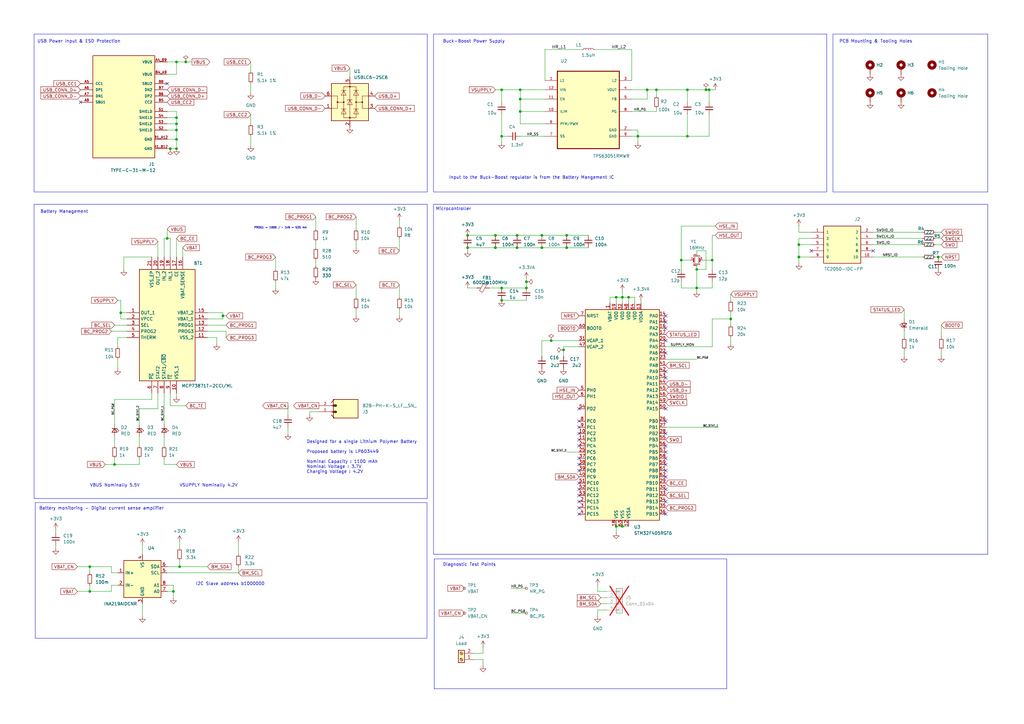
<source format=kicad_sch>
(kicad_sch (version 20231120) (generator "eeschema") (generator_version "8.0")
  (paper "A3")
  (title_block (title "USB Battery Charger Prototype") (date "2024-04-25") (rev "0.1d") (company "Respin to improve PCB (Thermal Relief for PTH)") (comment 1 "Author : Martin Wilson"))
  (junction (at 285.75 118.11))
  (junction (at 384.81 105.41))
  (junction (at 73.66 232.41))
  (junction (at 71.12 242.57))
  (junction (at 252.73 121.92))
  (junction (at 232.41 96.52))
  (junction (at 76.2 25.4))
  (junction (at 49.53 128.27))
  (junction (at 226.06 139.7))
  (junction (at 299.72 130.81))
  (junction (at 215.9 118.11))
  (junction (at 222.25 96.52))
  (junction (at 36.83 232.41))
  (junction (at 72.39 53.34))
  (junction (at 212.09 101.6))
  (junction (at 290.83 36.83))
  (junction (at 222.25 101.6))
  (junction (at 255.27 215.9))
  (junction (at 289.56 36.83))
  (junction (at 252.73 215.9))
  (junction (at 269.24 36.83))
  (junction (at 213.36 36.83))
  (junction (at 91.44 129.54))
  (junction (at 72.39 25.4))
  (junction (at 285.75 110.49))
  (junction (at 281.94 55.88))
  (junction (at 205.74 36.83))
  (junction (at 72.39 48.26))
  (junction (at 36.83 242.57))
  (junction (at 212.09 96.52))
  (junction (at 327.66 105.41))
  (junction (at 68.58 97.79))
  (junction (at 72.39 60.96))
  (junction (at 261.62 55.88))
  (junction (at 203.2 101.6))
  (junction (at 205.74 123.19))
  (junction (at 327.66 100.33))
  (junction (at 232.41 101.6))
  (junction (at 281.94 36.83))
  (junction (at 215.9 115.57))
  (junction (at 72.39 50.8))
  (junction (at 72.39 57.15))
  (junction (at 205.74 118.11))
  (junction (at 257.81 121.92))
  (junction (at 46.99 190.5))
  (junction (at 255.27 121.92))
  (junction (at 205.74 55.88))
  (junction (at 265.43 36.83))
  (junction (at 213.36 45.72))
  (junction (at 69.85 60.96))
  (junction (at 213.36 40.64))
  (junction (at 191.77 96.52))
  (junction (at 279.4 106.68))
  (junction (at 231.14 143.51))
  (junction (at 292.1 106.68))
  (junction (at 191.77 101.6))
  (junction (at 203.2 96.52))
  (no_connect (at 237.49 208.28))
  (no_connect (at 237.49 200.66))
  (no_connect (at 273.05 205.74))
  (no_connect (at 237.49 177.8))
  (no_connect (at 237.49 175.26))
  (no_connect (at 237.49 198.12))
  (no_connect (at 358.14 102.87))
  (no_connect (at 273.05 200.66))
  (no_connect (at 273.05 195.58))
  (no_connect (at 237.49 190.5))
  (no_connect (at 33.02 41.91))
  (no_connect (at 273.05 152.4))
  (no_connect (at 273.05 172.72))
  (no_connect (at 237.49 193.04))
  (no_connect (at 273.05 182.88))
  (no_connect (at 237.49 205.74))
  (no_connect (at 273.05 185.42))
  (no_connect (at 273.05 193.04))
  (no_connect (at 273.05 190.5))
  (no_connect (at 237.49 182.88))
  (no_connect (at 273.05 134.62))
  (no_connect (at 273.05 129.54))
  (no_connect (at 237.49 203.2))
  (no_connect (at 273.05 187.96))
  (no_connect (at 237.49 210.82))
  (no_connect (at 68.58 34.29))
  (no_connect (at 273.05 154.94))
  (no_connect (at 237.49 172.72))
  (no_connect (at 237.49 167.64))
  (no_connect (at 237.49 187.96))
  (no_connect (at 273.05 139.7))
  (no_connect (at 273.05 167.64))
  (no_connect (at 273.05 144.78))
  (no_connect (at 237.49 180.34))
  (no_connect (at 273.05 177.8))
  (no_connect (at 332.74 102.87))
  (no_connect (at 273.05 132.08))
  (no_connect (at 273.05 210.82))
  (wire (pts (xy 279.4 106.68) (xy 283.21 106.68)))
  (wire (pts (xy 31.75 232.41) (xy 36.83 232.41)))
  (wire (pts (xy 62.23 161.29) (xy 62.23 163.83)))
  (wire (pts (xy 163.83 102.87) (xy 163.83 97.79)))
  (wire (pts (xy 72.39 53.34) (xy 72.39 57.15)))
  (wire (pts (xy 146.05 99.06) (xy 146.05 101.6)))
  (wire (pts (xy 285.75 102.87) (xy 289.56 102.87)))
  (wire (pts (xy 57.15 182.88) (xy 57.15 179.07)))
  (wire (pts (xy 281.94 36.83) (xy 289.56 36.83)))
  (wire (pts (xy 232.41 185.42) (xy 237.49 185.42)))
  (wire (pts (xy 198.12 267.97) (xy 198.12 265.43)))
  (wire (pts (xy 231.14 142.24) (xy 231.14 143.51)))
  (wire (pts (xy 45.72 234.95) (xy 45.72 232.41)))
  (wire (pts (xy 163.83 127) (xy 163.83 129.54)))
  (wire (pts (xy 299.72 130.81) (xy 299.72 133.35)))
  (wire (pts (xy 213.36 45.72) (xy 223.52 45.72)))
  (wire (pts (xy 50.8 105.41) (xy 50.8 110.49)))
  (wire (pts (xy 250.19 121.92) (xy 252.73 121.92)))
  (wire (pts (xy 52.07 130.81) (xy 49.53 130.81)))
  (wire (pts (xy 209.55 241.3) (xy 215.9 241.3)))
  (wire (pts (xy 198.12 270.51) (xy 198.12 273.05)))
  (wire (pts (xy 246.38 247.65) (xy 248.92 247.65)))
  (wire (pts (xy 327.66 105.41) (xy 332.74 105.41)))
  (wire (pts (xy 203.2 101.6) (xy 212.09 101.6)))
  (wire (pts (xy 281.94 36.83) (xy 281.94 41.91)))
  (wire (pts (xy 67.31 190.5) (xy 72.39 190.5)))
  (wire (pts (xy 205.74 55.88) (xy 205.74 58.42)))
  (wire (pts (xy 259.08 45.72) (xy 269.24 45.72)))
  (wire (pts (xy 245.11 242.57) (xy 245.11 240.03)))
  (wire (pts (xy 203.2 96.52) (xy 212.09 96.52)))
  (wire (pts (xy 205.74 123.19) (xy 215.9 123.19)))
  (wire (pts (xy 299.72 128.27) (xy 299.72 130.81)))
  (wire (pts (xy 327.66 100.33) (xy 327.66 97.79)))
  (wire (pts (xy 290.83 46.99) (xy 290.83 55.88)))
  (wire (pts (xy 327.66 107.95) (xy 327.66 105.41)))
  (wire (pts (xy 22.86 223.52) (xy 22.86 224.79)))
  (wire (pts (xy 76.2 25.4) (xy 78.74 25.4)))
  (wire (pts (xy 212.09 101.6) (xy 222.25 101.6)))
  (wire (pts (xy 265.43 36.83) (xy 265.43 40.64)))
  (wire (pts (xy 384.81 105.41) (xy 386.08 105.41)))
  (wire (pts (xy 52.07 138.43) (xy 48.26 138.43)))
  (wire (pts (xy 252.73 215.9) (xy 255.27 215.9)))
  (wire (pts (xy 72.39 57.15) (xy 68.58 57.15)))
  (wire (pts (xy 191.77 102.87) (xy 191.77 101.6)))
  (wire (pts (xy 129.54 99.06) (xy 129.54 101.6)))
  (wire (pts (xy 22.86 217.17) (xy 22.86 218.44)))
  (wire (pts (xy 279.4 92.71) (xy 293.37 92.71)))
  (wire (pts (xy 129.54 106.68) (xy 129.54 109.22)))
  (wire (pts (xy 273.05 147.32) (xy 285.75 147.32)))
  (wire (pts (xy 102.87 34.29) (xy 102.87 38.1)))
  (wire (pts (xy 265.43 36.83) (xy 269.24 36.83)))
  (wire (pts (xy 97.79 232.41) (xy 97.79 234.95)))
  (wire (pts (xy 113.03 105.41) (xy 113.03 110.49)))
  (wire (pts (xy 232.41 101.6) (xy 241.3 101.6)))
  (wire (pts (xy 52.07 135.89) (xy 45.72 135.89)))
  (wire (pts (xy 289.56 110.49) (xy 285.75 110.49)))
  (wire (pts (xy 257.81 121.92) (xy 257.81 124.46)))
  (wire (pts (xy 68.58 25.4) (xy 72.39 25.4)))
  (wire (pts (xy 285.75 110.49) (xy 285.75 109.22)))
  (wire (pts (xy 67.31 105.41) (xy 67.31 97.79)))
  (wire (pts (xy 102.87 55.88) (xy 102.87 59.69)))
  (wire (pts (xy 73.66 232.41) (xy 85.09 232.41)))
  (wire (pts (xy 72.39 53.34) (xy 68.58 53.34)))
  (wire (pts (xy 261.62 55.88) (xy 261.62 58.42)))
  (wire (pts (xy 231.14 143.51) (xy 231.14 146.05)))
  (wire (pts (xy 67.31 97.79) (xy 68.58 97.79)))
  (wire (pts (xy 383.54 105.41) (xy 384.81 105.41)))
  (wire (pts (xy 72.39 30.48) (xy 72.39 25.4)))
  (wire (pts (xy 97.79 222.25) (xy 97.79 227.33)))
  (wire (pts (xy 85.09 135.89) (xy 92.71 135.89)))
  (wire (pts (xy 245.11 250.19) (xy 248.92 250.19)))
  (wire (pts (xy 68.58 93.98) (xy 68.58 97.79)))
  (wire (pts (xy 62.23 105.41) (xy 50.8 105.41)))
  (wire (pts (xy 237.49 142.24) (xy 231.14 142.24)))
  (wire (pts (xy 72.39 97.79) (xy 72.39 105.41)))
  (wire (pts (xy 383.54 100.33) (xy 386.08 100.33)))
  (wire (pts (xy 261.62 53.34) (xy 261.62 55.88)))
  (wire (pts (xy 72.39 161.29) (xy 72.39 162.56)))
  (wire (pts (xy 327.66 97.79) (xy 332.74 97.79)))
  (wire (pts (xy 85.09 128.27) (xy 91.44 128.27)))
  (wire (pts (xy 281.94 46.99) (xy 281.94 55.88)))
  (wire (pts (xy 203.2 36.83) (xy 205.74 36.83)))
  (wire (pts (xy 292.1 106.68) (xy 288.29 106.68)))
  (wire (pts (xy 57.15 167.64) (xy 64.77 167.64)))
  (wire (pts (xy 129.54 88.9) (xy 129.54 93.98)))
  (wire (pts (xy 327.66 105.41) (xy 327.66 100.33)))
  (wire (pts (xy 118.11 175.26) (xy 118.11 177.8)))
  (wire (pts (xy 146.05 127) (xy 146.05 129.54)))
  (wire (pts (xy 49.53 130.81) (xy 49.53 128.27)))
  (wire (pts (xy 71.12 242.57) (xy 71.12 245.11)))
  (wire (pts (xy 370.84 135.89) (xy 370.84 138.43)))
  (wire (pts (xy 64.77 99.06) (xy 64.77 105.41)))
  (wire (pts (xy 191.77 96.52) (xy 203.2 96.52)))
  (wire (pts (xy 213.36 45.72) (xy 213.36 50.8)))
  (wire (pts (xy 57.15 187.96) (xy 57.15 190.5)))
  (wire (pts (xy 252.73 215.9) (xy 252.73 218.44)))
  (wire (pts (xy 76.2 166.37) (xy 69.85 166.37)))
  (wire (pts (xy 69.85 105.41) (xy 69.85 97.79)))
  (wire (pts (xy 46.99 182.88) (xy 46.99 179.07)))
  (wire (pts (xy 36.83 232.41) (xy 36.83 234.95)))
  (wire (pts (xy 127 170.18) (xy 127 168.91)))
  (wire (pts (xy 68.58 240.03) (xy 71.12 240.03)))
  (wire (pts (xy 58.42 247.65) (xy 58.42 252.73)))
  (wire (pts (xy 255.27 119.38) (xy 255.27 121.92)))
  (wire (pts (xy 327.66 92.71) (xy 327.66 95.25)))
  (wire (pts (xy 205.74 36.83) (xy 205.74 41.91)))
  (wire (pts (xy 43.18 190.5) (xy 46.99 190.5)))
  (wire (pts (xy 252.73 121.92) (xy 252.73 124.46)))
  (wire (pts (xy 370.84 143.51) (xy 370.84 146.05)))
  (wire (pts (xy 191.77 118.11) (xy 195.58 118.11)))
  (wire (pts (xy 289.56 36.83) (xy 290.83 36.83)))
  (wire (pts (xy 45.72 242.57) (xy 36.83 242.57)))
  (wire (pts (xy 386.08 143.51) (xy 386.08 146.05)))
  (wire (pts (xy 64.77 161.29) (xy 64.77 167.64)))
  (wire (pts (xy 46.99 163.83) (xy 46.99 173.99)))
  (wire (pts (xy 48.26 234.95) (xy 45.72 234.95)))
  (wire (pts (xy 292.1 142.24) (xy 292.1 130.81)))
  (wire (pts (xy 292.1 96.52) (xy 292.1 106.68)))
  (wire (pts (xy 73.66 222.25) (xy 73.66 224.79)))
  (wire (pts (xy 215.9 114.3) (xy 215.9 115.57)))
  (wire (pts (xy 245.11 250.19) (xy 245.11 252.73)))
  (wire (pts (xy 194.31 270.51) (xy 198.12 270.51)))
  (wire (pts (xy 85.09 138.43) (xy 88.9 138.43)))
  (wire (pts (xy 285.75 104.14) (xy 285.75 102.87)))
  (wire (pts (xy 255.27 121.92) (xy 257.81 121.92)))
  (wire (pts (xy 383.54 97.79) (xy 386.08 97.79)))
  (wire (pts (xy 205.74 36.83) (xy 213.36 36.83)))
  (wire (pts (xy 255.27 121.92) (xy 255.27 124.46)))
  (wire (pts (xy 67.31 161.29) (xy 67.31 173.99)))
  (wire (pts (xy 68.58 60.96) (xy 69.85 60.96)))
  (wire (pts (xy 127 168.91) (xy 130.81 168.91)))
  (wire (pts (xy 327.66 95.25) (xy 332.74 95.25)))
  (wire (pts (xy 69.85 60.96) (xy 72.39 60.96)))
  (wire (pts (xy 289.56 102.87) (xy 289.56 110.49)))
  (wire (pts (xy 246.38 245.11) (xy 248.92 245.11)))
  (wire (pts (xy 205.74 118.11) (xy 215.9 118.11)))
  (wire (pts (xy 261.62 55.88) (xy 259.08 55.88)))
  (wire (pts (xy 62.23 163.83) (xy 46.99 163.83)))
  (wire (pts (xy 146.05 88.9) (xy 146.05 93.98)))
  (wire (pts (xy 45.72 240.03) (xy 45.72 242.57)))
  (wire (pts (xy 194.31 267.97) (xy 198.12 267.97)))
  (wire (pts (xy 213.36 40.64) (xy 213.36 45.72)))
  (wire (pts (xy 358.14 97.79) (xy 378.46 97.79)))
  (wire (pts (xy 85.09 133.35) (xy 92.71 133.35)))
  (wire (pts (xy 222.25 96.52) (xy 232.41 96.52)))
  (wire (pts (xy 273.05 175.26) (xy 294.64 175.26)))
  (wire (pts (xy 72.39 48.26) (xy 72.39 50.8)))
  (wire (pts (xy 259.08 20.32) (xy 243.84 20.32)))
  (wire (pts (xy 209.55 251.46) (xy 215.9 251.46)))
  (wire (pts (xy 259.08 53.34) (xy 261.62 53.34)))
  (wire (pts (xy 31.75 242.57) (xy 36.83 242.57)))
  (wire (pts (xy 213.36 55.88) (xy 223.52 55.88)))
  (wire (pts (xy 72.39 25.4) (xy 76.2 25.4)))
  (wire (pts (xy 285.75 118.11) (xy 279.4 118.11)))
  (wire (pts (xy 68.58 48.26) (xy 72.39 48.26)))
  (wire (pts (xy 200.66 118.11) (xy 205.74 118.11)))
  (wire (pts (xy 205.74 55.88) (xy 208.28 55.88)))
  (wire (pts (xy 237.49 139.7) (xy 226.06 139.7)))
  (wire (pts (xy 102.87 46.99) (xy 102.87 50.8)))
  (wire (pts (xy 259.08 33.02) (xy 259.08 20.32)))
  (wire (pts (xy 85.09 130.81) (xy 91.44 130.81)))
  (wire (pts (xy 260.35 121.92) (xy 260.35 124.46)))
  (wire (pts (xy 68.58 242.57) (xy 71.12 242.57)))
  (wire (pts (xy 191.77 101.6) (xy 203.2 101.6)))
  (wire (pts (xy 292.1 130.81) (xy 299.72 130.81)))
  (wire (pts (xy 146.05 116.84) (xy 146.05 121.92)))
  (wire (pts (xy 232.41 96.52) (xy 241.3 96.52)))
  (wire (pts (xy 269.24 36.83) (xy 269.24 39.37)))
  (wire (pts (xy 46.99 133.35) (xy 52.07 133.35)))
  (wire (pts (xy 262.89 123.19) (xy 262.89 124.46)))
  (wire (pts (xy 69.85 161.29) (xy 69.85 166.37)))
  (wire (pts (xy 49.53 128.27) (xy 52.07 128.27)))
  (wire (pts (xy 250.19 121.92) (xy 250.19 124.46)))
  (wire (pts (xy 68.58 232.41) (xy 73.66 232.41)))
  (wire (pts (xy 67.31 187.96) (xy 67.31 190.5)))
  (wire (pts (xy 222.25 101.6) (xy 232.41 101.6)))
  (wire (pts (xy 205.74 46.99) (xy 205.74 55.88)))
  (wire (pts (xy 73.66 229.87) (xy 73.66 232.41)))
  (wire (pts (xy 222.25 139.7) (xy 222.25 146.05)))
  (wire (pts (xy 213.36 36.83) (xy 223.52 36.83)))
  (wire (pts (xy 226.06 139.7) (xy 222.25 139.7)))
  (wire (pts (xy 285.75 110.49) (xy 285.75 118.11)))
  (wire (pts (xy 102.87 25.4) (xy 102.87 29.21)))
  (wire (pts (xy 49.53 123.19) (xy 48.26 123.19)))
  (wire (pts (xy 36.83 242.57) (xy 36.83 240.03)))
  (wire (pts (xy 49.53 128.27) (xy 49.53 123.19)))
  (wire (pts (xy 255.27 215.9) (xy 257.81 215.9)))
  (wire (pts (xy 69.85 97.79) (xy 68.58 97.79)))
  (wire (pts (xy 71.12 240.03) (xy 71.12 242.57)))
  (wire (pts (xy 281.94 55.88) (xy 290.83 55.88)))
  (wire (pts (xy 68.58 234.95) (xy 97.79 234.95)))
  (wire (pts (xy 72.39 45.72) (xy 72.39 48.26)))
  (wire (pts (xy 74.93 101.6) (xy 74.93 105.41)))
  (wire (pts (xy 213.36 36.83) (xy 213.36 40.64)))
  (wire (pts (xy 91.44 129.54) (xy 91.44 128.27)))
  (wire (pts (xy 279.4 110.49) (xy 279.4 106.68)))
  (wire (pts (xy 327.66 100.33) (xy 332.74 100.33)))
  (wire (pts (xy 48.26 240.03) (xy 45.72 240.03)))
  (wire (pts (xy 259.08 40.64) (xy 265.43 40.64)))
  (wire (pts (xy 68.58 45.72) (xy 72.39 45.72)))
  (wire (pts (xy 88.9 138.43) (xy 88.9 140.97)))
  (wire (pts (xy 299.72 138.43) (xy 299.72 140.97)))
  (wire (pts (xy 279.4 92.71) (xy 279.4 106.68)))
  (wire (pts (xy 238.76 20.32) (xy 223.52 20.32)))
  (wire (pts (xy 279.4 118.11) (xy 279.4 115.57)))
  (wire (pts (xy 143.51 27.94) (xy 143.51 31.75)))
  (wire (pts (xy 252.73 121.92) (xy 255.27 121.92)))
  (wire (pts (xy 285.75 119.38) (xy 285.75 118.11)))
  (wire (pts (xy 248.92 242.57) (xy 245.11 242.57)))
  (wire (pts (xy 269.24 36.83) (xy 281.94 36.83)))
  (wire (pts (xy 163.83 116.84) (xy 163.83 121.92)))
  (wire (pts (xy 213.36 40.64) (xy 223.52 40.64)))
  (wire (pts (xy 269.24 45.72) (xy 269.24 44.45)))
  (wire (pts (xy 285.75 118.11) (xy 292.1 118.11)))
  (wire (pts (xy 292.1 118.11) (xy 292.1 115.57)))
  (wire (pts (xy 213.36 50.8) (xy 223.52 50.8)))
  (wire (pts (xy 212.09 96.52) (xy 222.25 96.52)))
  (wire (pts (xy 292.1 110.49) (xy 292.1 106.68)))
  (wire (pts (xy 215.9 115.57) (xy 215.9 118.11)))
  (wire (pts (xy 261.62 55.88) (xy 281.94 55.88)))
  (wire (pts (xy 259.08 36.83) (xy 265.43 36.83)))
  (wire (pts (xy 92.71 129.54) (xy 91.44 129.54)))
  (wire (pts (xy 290.83 36.83) (xy 290.83 41.91)))
  (wire (pts (xy 293.37 96.52) (xy 292.1 96.52)))
  (wire (pts (xy 58.42 223.52) (xy 58.42 227.33)))
  (wire (pts (xy 72.39 50.8) (xy 68.58 50.8)))
  (wire (pts (xy 358.14 95.25) (xy 378.46 95.25)))
  (wire (pts (xy 57.15 173.99) (xy 57.15 167.64)))
  (wire (pts (xy 163.83 92.71) (xy 163.83 90.17)))
  (wire (pts (xy 92.71 138.43) (xy 92.71 135.89)))
  (wire (pts (xy 91.44 130.81) (xy 91.44 129.54)))
  (wire (pts (xy 68.58 30.48) (xy 72.39 30.48)))
  (wire (pts (xy 67.31 182.88) (xy 67.31 179.07)))
  (wire (pts (xy 46.99 187.96) (xy 46.99 190.5)))
  (wire (pts (xy 113.03 115.57) (xy 113.03 118.11)))
  (wire (pts (xy 383.54 95.25) (xy 386.08 95.25)))
  (wire (pts (xy 48.26 138.43) (xy 48.26 142.24)))
  (wire (pts (xy 223.52 20.32) (xy 223.52 33.02)))
  (wire (pts (xy 299.72 120.65) (xy 299.72 123.19)))
  (wire (pts (xy 257.81 121.92) (xy 260.35 121.92)))
  (wire (pts (xy 48.26 147.32) (xy 48.26 151.13)))
  (wire (pts (xy 45.72 232.41) (xy 36.83 232.41)))
  (wire (pts (xy 72.39 57.15) (xy 72.39 60.96)))
  (wire (pts (xy 370.84 127) (xy 370.84 130.81)))
  (wire (pts (xy 358.14 105.41) (xy 378.46 105.41)))
  (wire (pts (xy 358.14 100.33) (xy 378.46 100.33)))
  (wire (pts (xy 46.99 190.5) (xy 57.15 190.5)))
  (wire (pts (xy 118.11 166.37) (xy 118.11 170.18)))
  (wire (pts (xy 72.39 50.8) (xy 72.39 53.34)))
  (wire (pts (xy 273.05 142.24) (xy 292.1 142.24)))
  (wire (pts (xy 290.83 36.83) (xy 293.37 36.83)))
  (wire (pts (xy 386.08 133.35) (xy 386.08 138.43)))
  (rectangle (start 178.079 229.2385) (end 298.063 282.5181))
  (rectangle (start 13.97 83.82) (end 175.26 204.47))
  (rectangle (start 14.478 206.121) (end 175.133 261.747))
  (rectangle (start 341.63 13.97) (end 405.13 78.74))
  (rectangle (start 13.97 13.97) (end 175.26 78.74))
  (rectangle (start 177.8 13.97) (end 339.09 78.74))
  (text_box "Microcontroller" (at 177.8 83.82 0) (size 227.33 143.51) (effects (font (size 1.27 1.27)) (justify left top)))
  (text "USB Power Input & ESD Protection" (at 15.24 17.78 0) (effects (font (size 1.27 1.27)) (justify left bottom)))
  (text "Battery Management" (at 16.51 87.63 0) (effects (font (size 1.27 1.27)) (justify left bottom)))
  (text "Input to the Buck-Boost regulator is from the Battery Mangement IC" (at 184.15 73.66 0) (effects (font (size 1.27 1.27)) (justify left bottom)))
  (text "Diagnostic Test Points" (at 181.61 232.41 0) (effects (font (size 1.27 1.27)) (justify left bottom)))
  (text "Buck-Boost Power Supply" (at 181.61 17.78 0) (effects (font (size 1.27 1.27)) (justify left bottom)))
  (text "PCB Mounting & Tooling Holes" (at 344.17 17.78 0) (effects (font (size 1.27 1.27)) (justify left bottom)))
  (text "VBUS Nominally 5.5V                 VSUPPLY Nominally 4.2V\n\n" (at 36.83 201.93 0) (effects (font (size 1.27 1.27)) (justify left bottom)))
  (text "PROG1 = 1000 / ~ 1k9 = 525 mA" (at 104.14 93.98 0) (effects (font (size 0.8 0.8)) (justify left bottom)))
  (text "Battery monitoring - Digital current sense amplifier " (at 16.0032 209.3324 0) (effects (font (size 1.27 1.27)) (justify left bottom)))
  (text "I2C Slave address b1000000" (at 80.3151 240.3002 0) (effects (font (size 1.27 1.27)) (justify left bottom)))
  (text "Designed for a single Lithium Polymer Battery\n\nProposed battery is LP603449\n\nNominal Capacity : 1100 mAh\nNominal Voltage : 3.7V\nCharging Voltage : 4.2V" (at 125.73 194.31 0) (effects (font (size 1.27 1.27)) (justify left bottom)))
  (label "BC_PG#" (at 46.99 170.18 90) (effects (font (size 0.8 0.8))))
  (label "BC_STAT_1" (at 67.31 172.72 90) (effects (font (size 0.8 0.8))))
  (label "SWCLK_IO" (at 359.41 97.79 0) (effects (font (size 1 1))))
  (label "HR_L1" (at 226.314 20.32 0))
  (label "BC_PG#" (at 285.75 147.32 0) (effects (font (size 0.8 0.8))))
  (label "BC_STAT_2" (at 57.15 172.72 90) (effects (font (size 0.8 0.8))))
  (label "HR_PG" (at 209.55 241.3 0) (effects (font (size 1 1))))
  (label "HR_SS" (at 216.027 55.88 0) (effects (font (size 1 1))))
  (label "SUPPLY_MON" (at 274.955 142.24 0) (effects (font (size 1 1))))
  (label "HR_L2" (at 250.825 20.32 0))
  (label "BC_STAT_1" (at 288.29 175.26 0) (effects (font (size 0.8 0.8))))
  (label "BC_PG#" (at 209.55 251.46 0) (effects (font (size 1 1))))
  (label "HR_PG" (at 259.969 45.72 0) (effects (font (size 1 1))))
  (label "SWO_IO" (at 359.41 100.33 0) (effects (font (size 1 1))))
  (label "SWDIO_IO" (at 359.41 95.25 0) (effects (font (size 1 1))))
  (label "BC_STAT_2" (at 232.41 185.42 180) (effects (font (size 0.8 0.8))))
  (label "NRST_IO" (at 361.95 105.41 0) (effects (font (size 1 1))))
  (global_label "VBAT_CN" (shape input) (at 31.75 232.41 180) (property "Intersheetrefs" "${INTERSHEET_REFS}" (effects (hide yes))))
  (global_label "BOOT0" (shape input) (at 386.08 133.35 0) (property "Intersheetrefs" "${INTERSHEET_REFS}" (effects (hide yes))))
  (global_label "SWCLK" (shape input) (at 273.05 165.1 0) (property "Intersheetrefs" "${INTERSHEET_REFS}" (effects (hide yes))))
  (global_label "STATUS_LED" (shape input) (at 273.05 137.16 0) (property "Intersheetrefs" "${INTERSHEET_REFS}" (effects (hide yes))))
  (global_label "USB_D-" (shape input) (at 133.35 39.37 180) (property "Intersheetrefs" "${INTERSHEET_REFS}" (effects (hide yes))))
  (global_label "BM_SCL" (shape input) (at 246.38 245.11 180) (property "Intersheetrefs" "${INTERSHEET_REFS}" (effects (hide yes))))
  (global_label "STATUS_LED" (shape input) (at 370.84 127 180) (property "Intersheetrefs" "${INTERSHEET_REFS}" (effects (hide yes))))
  (global_label "BM_SDA" (shape input) (at 85.09 232.41 0) (property "Intersheetrefs" "${INTERSHEET_REFS}" (effects (hide yes))))
  (global_label "VSUPPLY" (shape input) (at 203.2 36.83 180) (property "Intersheetrefs" "${INTERSHEET_REFS}" (effects (hide yes))))
  (global_label "BC_PROG2" (shape input) (at 45.72 135.89 180) (property "Intersheetrefs" "${INTERSHEET_REFS}" (effects (hide yes))))
  (global_label "VBAT_CN" (shape output) (at 130.81 166.37 180) (property "Intersheetrefs" "${INTERSHEET_REFS}" (effects (hide yes))))
  (global_label "BC_SEL" (shape input) (at 146.05 116.84 180) (property "Intersheetrefs" "${INTERSHEET_REFS}" (effects (hide yes))))
  (global_label "USB_D-" (shape input) (at 273.05 157.48 0) (property "Intersheetrefs" "${INTERSHEET_REFS}" (effects (hide yes))))
  (global_label "USB_CC2" (shape input) (at 102.87 46.99 180) (property "Intersheetrefs" "${INTERSHEET_REFS}" (effects (hide yes))))
  (global_label "USB_CONN_D+" (shape input) (at 33.02 36.83 180) (property "Intersheetrefs" "${INTERSHEET_REFS}" (effects (hide yes))))
  (global_label "BM_SDA" (shape input) (at 237.49 195.58 180) (property "Intersheetrefs" "${INTERSHEET_REFS}" (effects (hide yes))))
  (global_label "HSE_IN" (shape input) (at 237.49 160.02 180) (property "Intersheetrefs" "${INTERSHEET_REFS}" (effects (hide yes))))
  (global_label "VBAT" (shape input) (at 31.75 242.57 180) (property "Intersheetrefs" "${INTERSHEET_REFS}" (effects (hide yes))))
  (global_label "VBAT_CN" (shape input) (at 190.5 251.46 180) (property "Intersheetrefs" "${INTERSHEET_REFS}" (effects (hide yes))))
  (global_label "BM_SCL" (shape input) (at 273.05 149.86 0) (property "Intersheetrefs" "${INTERSHEET_REFS}" (effects (hide yes))))
  (global_label "BC_PROG1" (shape input) (at 129.54 88.9 180) (property "Intersheetrefs" "${INTERSHEET_REFS}" (effects (hide yes))))
  (global_label "BOOT0" (shape input) (at 237.49 134.62 180) (property "Intersheetrefs" "${INTERSHEET_REFS}" (effects (hide yes))))
  (global_label "SWO" (shape input) (at 386.08 100.33 0) (property "Intersheetrefs" "${INTERSHEET_REFS}" (effects (hide yes))))
  (global_label "BC_CE" (shape input) (at 72.39 97.79 0) (property "Intersheetrefs" "${INTERSHEET_REFS}" (effects (hide yes))))
  (global_label "SWDIO" (shape input) (at 273.05 162.56 0) (property "Intersheetrefs" "${INTERSHEET_REFS}" (effects (hide yes))))
  (global_label "VBUS" (shape input) (at 72.39 190.5 0) (property "Intersheetrefs" "${INTERSHEET_REFS}" (effects (hide yes))))
  (global_label "NRST" (shape input) (at 237.49 129.54 180) (property "Intersheetrefs" "${INTERSHEET_REFS}" (effects (hide yes))))
  (global_label "VSUPPLY" (shape input) (at 48.26 123.19 180) (property "Intersheetrefs" "${INTERSHEET_REFS}" (effects (hide yes))))
  (global_label "BC_SEL" (shape input) (at 46.99 133.35 180) (property "Intersheetrefs" "${INTERSHEET_REFS}" (effects (hide yes))))
  (global_label "VBAT" (shape input) (at 74.93 101.6 0) (property "Intersheetrefs" "${INTERSHEET_REFS}" (effects (hide yes))))
  (global_label "BM_SDA" (shape input) (at 246.38 247.65 180) (property "Intersheetrefs" "${INTERSHEET_REFS}" (effects (hide yes))))
  (global_label "BC_PROG2" (shape input) (at 146.05 88.9 180) (property "Intersheetrefs" "${INTERSHEET_REFS}" (effects (hide yes))))
  (global_label "BC_SEL" (shape input) (at 273.05 203.2 0) (property "Intersheetrefs" "${INTERSHEET_REFS}" (effects (hide yes))))
  (global_label "USB_CC2" (shape input) (at 68.58 41.91 0) (property "Intersheetrefs" "${INTERSHEET_REFS}" (effects (hide yes))))
  (global_label "VBUS" (shape input) (at 43.18 190.5 180) (property "Intersheetrefs" "${INTERSHEET_REFS}" (effects (hide yes))))
  (global_label "BC_PROG3" (shape input) (at 113.03 105.41 180) (property "Intersheetrefs" "${INTERSHEET_REFS}" (effects (hide yes))))
  (global_label "VBAT_CN" (shape output) (at 118.11 166.37 180) (property "Intersheetrefs" "${INTERSHEET_REFS}" (effects (hide yes))))
  (global_label "BC_PROG1" (shape input) (at 92.71 133.35 0) (property "Intersheetrefs" "${INTERSHEET_REFS}" (effects (hide yes))))
  (global_label "USB_CONN_D-" (shape input) (at 33.02 39.37 180) (property "Intersheetrefs" "${INTERSHEET_REFS}" (effects (hide yes))))
  (global_label "SWDIO" (shape input) (at 386.08 95.25 0) (property "Intersheetrefs" "${INTERSHEET_REFS}" (effects (hide yes))))
  (global_label "USB_CONN_D+" (shape input) (at 68.58 39.37 0) (property "Intersheetrefs" "${INTERSHEET_REFS}" (effects (hide yes))))
  (global_label "VBUS" (shape output) (at 78.74 25.4 0) (property "Intersheetrefs" "${INTERSHEET_REFS}" (effects (hide yes))))
  (global_label "BC_PROG3" (shape input) (at 92.71 138.43 0) (property "Intersheetrefs" "${INTERSHEET_REFS}" (effects (hide yes))))
  (global_label "USB_CC1" (shape input) (at 102.87 25.4 180) (property "Intersheetrefs" "${INTERSHEET_REFS}" (effects (hide yes))))
  (global_label "USB_CONN_D+" (shape input) (at 153.67 44.45 0) (property "Intersheetrefs" "${INTERSHEET_REFS}" (effects (hide yes))))
  (global_label "VSUPPLY" (shape input) (at 64.77 99.06 180) (property "Intersheetrefs" "${INTERSHEET_REFS}" (effects (hide yes))))
  (global_label "HSE_OUT" (shape input) (at 237.49 162.56 180) (property "Intersheetrefs" "${INTERSHEET_REFS}" (effects (hide yes))))
  (global_label "HSE_OUT" (shape input) (at 293.37 96.52 0) (property "Intersheetrefs" "${INTERSHEET_REFS}" (effects (hide yes))))
  (global_label "BC_CE" (shape input) (at 273.05 198.12 0) (property "Intersheetrefs" "${INTERSHEET_REFS}" (effects (hide yes))))
  (global_label "VSUPPLY" (shape input) (at 299.72 120.65 0) (property "Intersheetrefs" "${INTERSHEET_REFS}" (effects (hide yes))))
  (global_label "BC_TE" (shape input) (at 163.83 116.84 180) (property "Intersheetrefs" "${INTERSHEET_REFS}" (effects (hide yes))))
  (global_label "NRST" (shape input) (at 386.08 105.41 0) (property "Intersheetrefs" "${INTERSHEET_REFS}" (effects (hide yes))))
  (global_label "BC_CE" (shape input) (at 163.83 102.87 180) (property "Intersheetrefs" "${INTERSHEET_REFS}" (effects (hide yes))))
  (global_label "BC_PROG2" (shape input) (at 273.05 208.28 0) (property "Intersheetrefs" "${INTERSHEET_REFS}" (effects (hide yes))))
  (global_label "BM_SCL" (shape input) (at 97.79 234.95 0) (property "Intersheetrefs" "${INTERSHEET_REFS}" (effects (hide yes))))
  (global_label "HSE_IN" (shape input) (at 293.37 92.71 0) (property "Intersheetrefs" "${INTERSHEET_REFS}" (effects (hide yes))))
  (global_label "USB_CONN_D-" (shape input) (at 68.58 36.83 0) (property "Intersheetrefs" "${INTERSHEET_REFS}" (effects (hide yes))))
  (global_label "SWO" (shape input) (at 273.05 180.34 0) (property "Intersheetrefs" "${INTERSHEET_REFS}" (effects (hide yes))))
  (global_label "USB_CONN_D-" (shape input) (at 133.35 44.45 180) (property "Intersheetrefs" "${INTERSHEET_REFS}" (effects (hide yes))))
  (global_label "VBAT" (shape input) (at 92.71 129.54 0) (property "Intersheetrefs" "${INTERSHEET_REFS}" (effects (hide yes))))
  (global_label "VBAT" (shape input) (at 190.5 241.3 180) (property "Intersheetrefs" "${INTERSHEET_REFS}" (effects (hide yes))))
  (global_label "USB_CC1" (shape input) (at 33.02 34.29 180) (property "Intersheetrefs" "${INTERSHEET_REFS}" (effects (hide yes))))
  (global_label "USB_D+" (shape input) (at 273.05 160.02 0) (property "Intersheetrefs" "${INTERSHEET_REFS}" (effects (hide yes))))
  (global_label "SWCLK" (shape input) (at 386.08 97.79 0) (property "Intersheetrefs" "${INTERSHEET_REFS}" (effects (hide yes))))
  (global_label "BC_TE" (shape input) (at 76.2 166.37 0) (property "Intersheetrefs" "${INTERSHEET_REFS}" (effects (hide yes))))
  (global_label "USB_D+" (shape input) (at 153.67 39.37 0) (property "Intersheetrefs" "${INTERSHEET_REFS}" (effects (hide yes))))
  (global_label "VBUS" (shape input) (at 143.51 27.94 180) (property "Intersheetrefs" "${INTERSHEET_REFS}" (effects (hide yes))))
  (global_label "VBUS" (shape input) (at 68.58 93.98 0) (property "Intersheetrefs" "${INTERSHEET_REFS}" (effects (hide yes))))
  (symbol (lib_id "TmxBatt:GND") (at 129.54 114.3 0) (unit 1)
    (property "Reference" "#PWR023" (effects (hide yes)))
    (property "Value" "GND" (effects (hide yes)))
  )
  (symbol (lib_id "power:GND") (at 369.57 41.91 0) (unit 1)
    (property "Reference" "#PWR06" (effects (hide yes)))
    (property "Value" "GND" (effects (hide yes)))
  )
  (symbol (lib_id "TmxBatt:C_Small") (at 212.09 99.06 0) (unit 1)
    (property "Reference" "C7" (at 214.7342 97.7963 0) (effects (justify left)))
    (property "Value" "100n" (at 214.7342 100.3363 0) (effects (justify left)))
    (property "Footprint" "Capacitor_SMD:C_0402_1005Metric" (effects (hide yes)))
    (property "LCSC Part #" "C1525" (effects (hide yes)))
  )
  (symbol (lib_id "power:GND") (at 356.87 41.91 0) (unit 1)
    (property "Reference" "#PWR05" (effects (hide yes)))
    (property "Value" "GND" (effects (hide yes)))
  )
  (symbol (lib_id "TmxBatt:PWR_FLAG") (at 69.85 60.96 180) (unit 1)
    (property "Reference" "#FLG03" (effects (hide yes)))
    (property "Value" "PWR_FLAG" (effects (hide yes)))
  )
  (symbol (lib_id "Connector:Screw_Terminal_01x02") (at 189.23 270.51 180) (unit 1)
    (property "Reference" "J4" (at 189.23 261.3871 0))
    (property "Value" "Load" (at 189.23 263.9271 0))
    (property "Footprint" "TMX:1760510000" (effects (hide yes)))
  )
  (symbol (lib_id "TmxBatt:PWR_FLAG") (at 289.56 36.83 0) (unit 1)
    (property "Reference" "#FLG02" (effects (hide yes)))
    (property "Value" "PWR_FLAG" (effects (hide yes)))
  )
  (symbol (lib_id "TmxBatt:C_Small") (at 22.86 220.98 180) (unit 1)
    (property "Reference" "C19" (at 25.908 219.7036 0) (effects (justify right)))
    (property "Value" "100n" (at 25.908 222.2436 0) (effects (justify right)))
    (property "Footprint" "Capacitor_SMD:C_0402_1005Metric" (effects (hide yes)))
    (property "LCSC Part #" "C1525" (effects (hide yes)))
  )
  (symbol (lib_id "TmxBatt:C_Small") (at 205.74 120.65 0) (unit 1)
    (property "Reference" "C14" (at 208.8835 119.3863 0) (effects (justify left)))
    (property "Value" "1u" (at 208.8835 121.9263 0) (effects (justify left)))
    (property "Footprint" "Capacitor_SMD:C_0402_1005Metric" (effects (hide yes)))
    (property "LCSC Part #" "C52923" (effects (hide yes)))
  )
  (symbol (lib_id "TmxBatt:R_Small") (at 146.05 124.46 0) (unit 1)
    (property "Reference" "R14" (at 147.955 123.19 0) (effects (justify left)))
    (property "Value" "10k" (at 147.955 125.73 0) (effects (justify left)))
    (property "Footprint" "Resistor_SMD:R_0402_1005Metric" (effects (hide yes)))
    (property "LCSC Part #" "C25744" (effects (hide yes)))
  )
  (symbol (lib_id "TmxBatt:C_Small") (at 384.81 107.95 0) (unit 1)
    (property "Reference" "C11" (at 380.619 109.347 0) (effects (justify left)))
    (property "Value" "100n" (at 387.1468 109.093 0) (effects (justify left)))
    (property "Footprint" "Capacitor_SMD:C_0402_1005Metric" (effects (hide yes)))
    (property "LCSC Part #" "C1525" (effects (hide yes)))
  )
  (symbol (lib_id "TmxBatt:C_Small") (at 231.14 148.59 0) (unit 1)
    (property "Reference" "C17" (at 233.68 147.32 0) (effects (justify left)))
    (property "Value" "2u2" (at 234.6313 149.8663 0) (effects (justify left)))
    (property "Footprint" "Capacitor_SMD:C_0603_1608Metric" (effects (hide yes)))
    (property "LCSC Part #" "C23630" (effects (hide yes)))
  )
  (symbol (lib_id "TmxBatt:R_Small") (at 381 95.25 270) (unit 1)
    (property "Reference" "R4" (at 377.8236 93.8182 90))
    (property "Value" "22" (at 381 95.25 90))
    (property "Footprint" "Resistor_SMD:R_0402_1005Metric" (effects (hide yes)))
    (property "LCSC Part #" "C25092" (effects (hide yes)))
  )
  (symbol (lib_id "TmxBatt:GND") (at 285.75 119.38 0) (unit 1)
    (property "Reference" "#PWR021" (effects (hide yes)))
    (property "Value" "GND" (effects (hide yes)))
  )
  (symbol (lib_id "Device:R_Small") (at 269.24 41.91 0) (unit 1)
    (property "Reference" "R2" (at 270.891 41.656 0) (effects (justify left)))
    (property "Value" "100k" (at 270.002 44.958 0) (effects (justify left)))
    (property "Footprint" "Resistor_SMD:R_0402_1005Metric" (effects (hide yes)))
    (property "LCSC Part #" "C25741" (effects (hide yes)))
  )
  (symbol (lib_id "Device:C_Small") (at 281.94 44.45 0) (unit 1)
    (property "Reference" "C2" (at 275.971 42.799 0) (effects (justify left)))
    (property "Value" "10u" (at 276.098 46.228 0) (effects (justify left)))
    (property "Footprint" "Capacitor_SMD:C_0603_1608Metric" (effects (hide yes)))
    (property "LCSC Part #" "C96446" (effects (hide yes)))
  )
  (symbol (lib_id "TmxBatt:GND") (at 370.84 146.05 0) (unit 1)
    (property "Reference" "#PWR032" (effects (hide yes)))
    (property "Value" "GND" (effects (hide yes)))
  )
  (symbol (lib_id "TmxBatt:PWR_FLAG") (at 76.2 25.4 0) (unit 1)
    (property "Reference" "#FLG01" (effects (hide yes)))
    (property "Value" "PWR_FLAG" (effects (hide yes)))
  )
  (symbol (lib_id "TmxBatt:C_Small") (at 203.2 99.06 0) (unit 1)
    (property "Reference" "C6" (at 205.8442 97.7963 0) (effects (justify left)))
    (property "Value" "100n" (at 205.8442 100.3363 0) (effects (justify left)))
    (property "Footprint" "Capacitor_SMD:C_0402_1005Metric" (effects (hide yes)))
    (property "LCSC Part #" "C1525" (effects (hide yes)))
  )
  (symbol (lib_id "Device:R_Small") (at 36.83 237.49 0) (unit 1)
    (property "Reference" "R12" (at 39.116 236.22 0) (effects (justify left)))
    (property "Value" "100m" (at 39.116 238.76 0) (effects (justify left)))
    (property "Footprint" "Resistor_SMD:R_1206_3216Metric" (effects (hide yes)))
    (property "LCSC Part #" "C2903496" (effects (hide yes)))
  )
  (symbol (lib_id "TmxBatt:GND") (at 146.05 129.54 0) (unit 1)
    (property "Reference" "#PWR030" (effects (hide yes)))
    (property "Value" "GND" (effects (hide yes)))
  )
  (symbol (lib_id "TmxBatt:L_Small") (at 241.3 20.32 90) (unit 1)
    (property "Reference" "L1" (at 237.363 18.415 90))
    (property "Value" "1.5uH" (at 241.3 22.606 90))
    (property "Footprint" "Inductor_SMD:L_1008_2520Metric" (effects (hide yes)))
    (property "LCSC Part #" "C98034" (effects (hide yes)))
  )
  (symbol (lib_id "TmxBatt:TYPE-C-31-M-12") (at 50.8 35.56 0) (unit 1)
    (property "Reference" "J1" (at 62.23 67.31 0))
    (property "Value" "TYPE-C-31-M-12" (at 54.61 69.85 0))
    (property "Footprint" "TMX:HRO_TYPE-C-31-M-12" (effects (hide yes)))
    (property "Description" "\nUSB Connectors 24 Receptacle 1 8.94*7.3mm RoHS\n" (effects (hide yes)))
    (property "MF" "HRO Electronics Co., Ltd." (effects (hide yes)))
    (property "MAXIMUM_PACKAGE_HEIGHT" "3.26 mm" (effects (hide yes)))
    (property "Package" "Package" (effects (hide yes)))
    (property "Price" "None" (effects (hide yes)))
    (property "Check_prices" "https://www.snapeda.com/parts/TYPE-C-31-M-12/HRO+Electronics+Co.%252C+Ltd./view-part/?ref=eda" (effects (hide yes)))
    (property "STANDARD" "Manufacturer Recommendations" (effects (hide yes)))
    (property "PARTREV" "2020.12.08" (effects (hide yes)))
    (property "SnapEDA_Link" "https://www.snapeda.com/parts/TYPE-C-31-M-12/HRO+Electronics+Co.%252C+Ltd./view-part/?ref=snap" (effects (hide yes)))
    (property "MP" "TYPE-C-31-M-12" (effects (hide yes)))
    (property "SNAPEDA_PN" "TYPE-C-31-M-12" (effects (hide yes)))
    (property "Availability" "Not in stock" (effects (hide yes)))
    (property "MANUFACTURER" "HRO Electronics Co., Ltd." (effects (hide yes)))
    (property "LCSC Part #" "C165948" (effects (hide yes)))
  )
  (symbol (lib_id "TmxBatt:R_Small") (at 381 100.33 270) (unit 1)
    (property "Reference" "R6" (at 377.6095 99.3387 90))
    (property "Value" "22" (at 381 100.33 90))
    (property "Footprint" "Resistor_SMD:R_0402_1005Metric" (effects (hide yes)))
    (property "LCSC Part #" "C25092" (effects (hide yes)))
  )
  (symbol (lib_id "TmxBatt:GND") (at 50.8 110.49 0) (unit 1)
    (property "Reference" "#PWR015" (effects (hide yes)))
    (property "Value" "GND" (effects (hide yes)))
  )
  (symbol (lib_id "TmxBatt:C_Small") (at 292.1 113.03 0) (unit 1)
    (property "Reference" "C13" (at 294.64 111.76 0) (effects (justify left)))
    (property "Value" "12p" (at 294.64 114.3 0) (effects (justify left)))
    (property "Footprint" "Capacitor_SMD:C_0402_1005Metric" (effects (hide yes)))
    (property "LCSC Part #" "C1547" (effects (hide yes)))
  )
  (symbol (lib_id "TmxBatt:STM32F405RGTx-MCU_ST_STM32F4") (at 255.27 170.18 0) (unit 1)
    (property "Reference" "U3" (at 260.0041 216.1351 0) (effects (justify left)))
    (property "Value" "STM32F405RGT6" (at 260.0041 218.6751 0) (effects (justify left)))
    (property "Footprint" "Package_QFP:LQFP-64_10x10mm_P0.5mm" (effects (hide yes)))
    (property "Datasheet" "http://www.st.com/st-web-ui/static/active/en/resource/technical/document/datasheet/DM00037051.pdf" (effects (hide yes)))
    (property "LCSC Part #" "C15742" (effects (hide yes)))
  )
  (symbol (lib_id "TmxBatt:R_Small") (at 146.05 96.52 0) (unit 1)
    (property "Reference" "R10" (at 147.955 95.25 0) (effects (justify left)))
    (property "Value" "10k" (at 147.955 97.79 0) (effects (justify left)))
    (property "Footprint" "Resistor_SMD:R_0402_1005Metric" (effects (hide yes)))
    (property "LCSC Part #" "C25744" (effects (hide yes)))
  )
  (symbol (lib_id "TmxBatt:LED_Small") (at 46.99 176.53 270) (unit 1)
    (property "Reference" "D2" (at 49.53 175.3235 90) (effects (justify left)))
    (property "Value" "RED" (at 49.53 177.8635 90) (effects (justify left)))
    (property "Footprint" "LED_SMD:LED_0603_1608Metric" (effects (hide yes)))
    (property "LCSC Part #" "C2286" (effects (hide yes)))
  )
  (symbol (lib_id "Device:R_Small") (at 299.72 135.89 0) (unit 1)
    (property "Reference" "R24" (at 302.26 134.62 0) (effects (justify left)))
    (property "Value" "20k" (at 302.26 137.16 0) (effects (justify left)))
    (property "Footprint" "Resistor_SMD:R_0402_1005Metric" (effects (hide yes)))
    (property "LCSC Part #" "C25765" (effects (hide yes)))
  )
  (symbol (lib_id "TmxBatt:R_Small") (at 370.84 140.97 180) (unit 1)
    (property "Reference" "R16" (at 372.745 139.7 0) (effects (justify right)))
    (property "Value" "1k" (at 372.745 142.24 0) (effects (justify right)))
    (property "Footprint" "Resistor_SMD:R_0402_1005Metric" (effects (hide yes)))
    (property "LCSC Part #" "C11702" (effects (hide yes)))
  )
  (symbol (lib_id "TmxBatt:TPS63051RMWR") (at 241.3 48.26 0) (unit 1)
    (property "Reference" "U2" (at 231.267 25.019 0))
    (property "Value" "TPS63051RMWR" (at 250.698 64.008 0))
    (property "Footprint" "TMX:QFN50P250X250X100-12N" (effects (hide yes)))
    (property "Description" "\nTiny Single Inductor Buck Boost Converter\n" (effects (hide yes)))
    (property "MF" "Texas Instruments" (effects (hide yes)))
    (property "DESCRIPTION" "IC REG BCK BST 3.3V 0.5A HOTROD" (effects (hide yes)))
    (property "PACKAGE" "VQFN-12 Texas Instruments" (effects (hide yes)))
    (property "PRICE" "1.25 USD" (effects (hide yes)))
    (property "Package" "VQFN-HR-12 Texas Instruments" (effects (hide yes)))
    (property "Check_prices" "https://www.snapeda.com/parts/TPS63051RMWR/Texas+Instruments/view-part/?ref=eda" (effects (hide yes)))
    (property "Price" "None" (effects (hide yes)))
    (property "SnapEDA_Link" "https://www.snapeda.com/parts/TPS63051RMWR/Texas+Instruments/view-part/?ref=snap" (effects (hide yes)))
    (property "MP" "TPS63051RMWR" (effects (hide yes)))
    (property "Availability" "In Stock" (effects (hide yes)))
    (property "AVAILABILITY" "Good" (effects (hide yes)))
    (property "LCSC Part #" "C139412" (effects (hide yes)))
  )
  (symbol (lib_id "TmxBatt:LED_Small") (at 67.31 176.53 270) (unit 1)
    (property "Reference" "D4" (at 70.485 175.3235 90) (effects (justify left)))
    (property "Value" "RED" (at 70.485 177.8635 90) (effects (justify left)))
    (property "Footprint" "LED_SMD:LED_0603_1608Metric" (effects (hide yes)))
    (property "LCSC Part #" "C2286" (effects (hide yes)))
  )
  (symbol (lib_id "TmxBatt:GND") (at 22.86 224.79 0) (unit 1)
    (property "Reference" "#PWR045" (effects (hide yes)))
    (property "Value" "GND" (effects (hide yes)))
  )
  (symbol (lib_id "TmxBatt:R_Small") (at 113.03 113.03 0) (unit 1)
    (property "Reference" "R13" (at 114.935 111.76 0) (effects (justify left)))
    (property "Value" "47k" (at 114.935 114.3 0) (effects (justify left)))
    (property "Footprint" "Resistor_SMD:R_0402_1005Metric" (effects (hide yes)))
    (property "LCSC Part #" "C25792" (effects (hide yes)))
  )
  (symbol (lib_id "TmxBatt:PWR_FLAG") (at 215.9 115.57 270) (unit 1)
    (property "Reference" "#FLG04" (effects (hide yes)))
    (property "Value" "PWR_FLAG" (effects (hide yes)))
  )
  (symbol (lib_id "TmxBatt:+3V3") (at 58.42 223.52 0) (unit 1)
    (property "Reference" "#PWR041" (effects (hide yes)))
    (property "Value" "+3V3" (at 58.42 219.075 0))
  )
  (symbol (lib_id "TmxBatt:GND") (at 143.51 52.07 0) (unit 1)
    (property "Reference" "#PWR07" (effects (hide yes)))
    (property "Value" "GND" (effects (hide yes)))
  )
  (symbol (lib_id "Mechanical:MountingHole") (at 382.27 38.1 0) (unit 1) (in_bom no)
    (property "Reference" "H4" (at 384.81 36.83 0) (effects (justify left)))
    (property "Value" "Tooling Hole" (at 384.81 39.37 0) (effects (justify left)))
    (property "Footprint" "TMX:JLC Tooling Hole" (effects (hide yes)))
  )
  (symbol (lib_id "TmxBatt:GND") (at 299.72 140.97 0) (unit 1)
    (property "Reference" "#PWR028" (effects (hide yes)))
    (property "Value" "GND" (effects (hide yes)))
  )
  (symbol (lib_id "TmxBatt:MCP73871T-2CCI_ML") (at 52.07 128.27 0) (unit 1)
    (property "Reference" "BT1" (at 81.28 107.95 0))
    (property "Value" "MCP73871T-2CCI/ML" (at 84.963 158.242 0))
    (property "Footprint" "TMX:QFN50P400X400X100-21M-D" (effects (hide yes)))
    (property "Datasheet" "https://ms.componentsearchengine.com/Datasheets/2/MCP73871T-2CCI_ML.pdf" (effects (hide yes)))
    (property "Height" "1" (effects (hide yes)))
    (property "Mouser Part Number" "579-MCP73871T2CCIML" (effects (hide yes)))
    (property "Mouser Price/Stock" "https://www.mouser.co.uk/ProductDetail/Microchip-Technology/MCP73871T-2CCI-ML?qs=qXsUupcbpXwuQ8z0ISUvDA%3D%3D" (effects (hide yes)))
    (property "Manufacturer_Name" "Microchip" (effects (hide yes)))
    (property "Manufacturer_Part_Number" "MCP73871T-2CCI/ML" (effects (hide yes)))
    (property "LCSC Part #" "C511310" (effects (hide yes)))
  )
  (symbol (lib_id "Connector:TestPoint_Small") (at 215.9 241.3 0) (unit 1)
    (property "Reference" "TP3" (at 217.17 240.03 0) (effects (justify left)))
    (property "Value" "HR_PG" (at 217.17 242.57 0) (effects (justify left)))
    (property "Footprint" "TestPoint:TestPoint_Pad_D1.0mm" (effects (hide yes)))
  )
  (symbol (lib_id "Mechanical:MountingHole") (at 382.27 26.67 0) (unit 1) (in_bom no)
    (property "Reference" "H1" (at 384.81 25.4 0) (effects (justify left)))
    (property "Value" "Tooling Hole" (at 384.81 27.94 0) (effects (justify left)))
    (property "Footprint" "TMX:JLC Tooling Hole" (effects (hide yes)))
  )
  (symbol (lib_id "TmxBatt:+3V3") (at 245.11 240.03 0) (mirror y) (unit 1)
    (property "Reference" "#PWR052" (effects (hide yes)))
    (property "Value" "+3V3" (at 245.11 235.585 0))
  )
  (symbol (lib_id "TmxBatt:R_Small") (at 163.83 124.46 0) (unit 1)
    (property "Reference" "R15" (at 165.735 123.19 0) (effects (justify left)))
    (property "Value" "10k" (at 165.735 125.73 0) (effects (justify left)))
    (property "Footprint" "Resistor_SMD:R_0402_1005Metric" (effects (hide yes)))
    (property "LCSC Part #" "C25744" (effects (hide yes)))
  )
  (symbol (lib_id "Device:R_Small") (at 102.87 53.34 0) (unit 1)
    (property "Reference" "R3" (at 105.41 52.07 0) (effects (justify left)))
    (property "Value" "5.1k 1%" (at 105.41 54.61 0) (effects (justify left)))
    (property "Footprint" "Resistor_SMD:R_0402_1005Metric" (effects (hide yes)))
    (property "LCSC Part #" "C25905" (effects (hide yes)))
  )
  (symbol (lib_id "Connector:TestPoint_Small") (at 215.9 251.46 0) (unit 1)
    (property "Reference" "TP4" (at 217.17 250.19 0) (effects (justify left)))
    (property "Value" "BC_PG" (at 217.17 252.73 0) (effects (justify left)))
    (property "Footprint" "TestPoint:TestPoint_Pad_D1.0mm" (effects (hide yes)))
  )
  (symbol (lib_id "TmxBatt:GND") (at 58.42 252.73 0) (unit 1)
    (property "Reference" "#PWR042" (effects (hide yes)))
    (property "Value" "GND" (effects (hide yes)))
  )
  (symbol (lib_id "TmxBatt:R_Small") (at 386.08 140.97 180) (unit 1)
    (property "Reference" "R17" (at 387.985 139.7 0) (effects (justify right)))
    (property "Value" "10k" (at 387.985 142.24 0) (effects (justify right)))
    (property "Footprint" "Resistor_SMD:R_0402_1005Metric" (effects (hide yes)))
    (property "LCSC Part #" "C25744" (effects (hide yes)))
  )
  (symbol (lib_id "TmxBatt:+3.3VA") (at 262.89 123.19 0) (unit 1)
    (property "Reference" "#PWR027" (effects (hide yes)))
    (property "Value" "+3.3VA" (at 262.923 118.5693 0))
  )
  (symbol (lib_id "TmxBatt:+3V3") (at 327.66 92.71 0) (unit 1)
    (property "Reference" "#PWR012" (effects (hide yes)))
    (property "Value" "+3V3" (at 327.66 88.265 0))
  )
  (symbol (lib_id "TmxBatt:USBLC6-2SC6") (at 143.51 41.91 0) (unit 1)
    (property "Reference" "U1" (at 145.1611 29.21 0) (effects (justify left)))
    (property "Value" "USBLC6-2SC6" (at 145.1611 31.75 0) (effects (justify left)))
    (property "Footprint" "Package_TO_SOT_SMD:SOT-23-6" (effects (hide yes)))
    (property "Datasheet" "https://www.st.com/resource/en/datasheet/usblc6-2.pdf" (effects (hide yes)))
    (property "LCSC Part #" "C7519" (effects (hide yes)))
  )
  (symbol (lib_id "TmxBatt:C_Small") (at 215.9 120.65 0) (unit 1)
    (property "Reference" "C15" (at 219.2188 119.3863 0) (effects (justify left)))
    (property "Value" "10n" (at 219.2188 121.9263 0) (effects (justify left)))
    (property "Footprint" "Capacitor_SMD:C_0402_1005Metric" (effects (hide yes)))
    (property "LCSC Part #" "C15195" (effects (hide yes)))
  )
  (symbol (lib_id "Device:R_Small") (at 129.54 104.14 0) (unit 1)
    (property "Reference" "R28" (at 132.08 102.87 0) (effects (justify left)))
    (property "Value" "510" (at 132.08 105.41 0) (effects (justify left)))
    (property "Footprint" "Resistor_SMD:R_0402_1005Metric" (effects (hide yes)))
    (property "LCSC Part #" "C25123" (effects (hide yes)))
  )
  (symbol (lib_id "TmxBatt:GND") (at 72.39 162.56 0) (unit 1)
    (property "Reference" "#PWR035" (effects (hide yes)))
    (property "Value" "GND" (effects (hide yes)))
  )
  (symbol (lib_id "TmxBatt:R_Small") (at 381 105.41 270) (unit 1)
    (property "Reference" "R7" (at 383.7958 103.7928 90))
    (property "Value" "22" (at 381 105.41 90))
    (property "Footprint" "Resistor_SMD:R_0402_1005Metric" (effects (hide yes)))
    (property "LCSC Part #" "C25092" (effects (hide yes)))
  )
  (symbol (lib_id "TmxBatt:GND") (at 231.14 151.13 0) (unit 1)
    (property "Reference" "#PWR038" (effects (hide yes)))
    (property "Value" "GND" (at 231.14 156.1761 0))
  )
  (symbol (lib_id "Device:R_Small") (at 129.54 111.76 0) (unit 1)
    (property "Reference" "R29" (at 132.08 110.49 0) (effects (justify left)))
    (property "Value" "330" (at 132.08 113.03 0) (effects (justify left)))
    (property "Footprint" "Resistor_SMD:R_0402_1005Metric" (effects (hide yes)))
    (property "LCSC Part #" "C25104" (effects (hide yes)))
  )
  (symbol (lib_id "TmxBatt:GND") (at 222.25 151.13 0) (unit 1)
    (property "Reference" "#PWR037" (effects (hide yes)))
    (property "Value" "GND" (at 222.25 156.1761 0))
  )
  (symbol (lib_id "TmxBatt:GND") (at 88.9 140.97 0) (unit 1)
    (property "Reference" "#PWR026" (effects (hide yes)))
    (property "Value" "GND" (effects (hide yes)))
  )
  (symbol (lib_id "Device:C_Small") (at 205.74 44.45 0) (unit 1)
    (property "Reference" "C1" (at 199.771 42.799 0) (effects (justify left)))
    (property "Value" "10u" (at 199.898 46.228 0) (effects (justify left)))
    (property "Footprint" "Capacitor_SMD:C_0603_1608Metric" (effects (hide yes)))
    (property "LCSC Part #" "C96446" (effects (hide yes)))
  )
  (symbol (lib_id "TmxBatt:GND") (at 205.74 58.42 0) (unit 1)
    (property "Reference" "#PWR08" (effects (hide yes)))
    (property "Value" "GND" (effects (hide yes)))
  )
  (symbol (lib_id "TmxBatt:+3V3") (at 293.37 36.83 0) (unit 1)
    (property "Reference" "#PWR03" (effects (hide yes)))
    (property "Value" "+3V3" (at 293.37 32.385 0))
  )
  (symbol (lib_id "TmxBatt:GND") (at 386.08 146.05 0) (unit 1)
    (property "Reference" "#PWR033" (effects (hide yes)))
    (property "Value" "GND" (effects (hide yes)))
  )
  (symbol (lib_id "power:GND") (at 198.12 273.05 0) (unit 1)
    (property "Reference" "#PWR049" (effects (hide yes)))
    (property "Value" "GND" (effects (hide yes)))
  )
  (symbol (lib_id "TmxBatt:GND") (at 146.05 101.6 0) (unit 1)
    (property "Reference" "#PWR024" (effects (hide yes)))
    (property "Value" "GND" (effects (hide yes)))
  )
  (symbol (lib_id "TmxBatt:C_Small") (at 191.77 99.06 0) (unit 1)
    (property "Reference" "C5" (at 195.1261 97.7963 0) (effects (justify left)))
    (property "Value" "4u7" (at 195.1261 100.3363 0) (effects (justify left)))
    (property "Footprint" "Capacitor_SMD:C_0603_1608Metric" (effects (hide yes)))
    (property "LCSC Part #" "C19666" (effects (hide yes)))
  )
  (symbol (lib_id "TmxBatt:R_Small") (at 129.54 96.52 0) (unit 1)
    (property "Reference" "R9" (at 132.08 95.25 0) (effects (justify left)))
    (property "Value" "1k" (at 132.08 97.79 0) (effects (justify left)))
    (property "Footprint" "Resistor_SMD:R_0402_1005Metric" (effects (hide yes)))
    (property "LCSC Part #" "C11702" (effects (hide yes)))
  )
  (symbol (lib_id "TmxBatt:GND") (at 118.11 177.8 0) (unit 1)
    (property "Reference" "#PWR040" (effects (hide yes)))
    (property "Value" "GND" (effects (hide yes)))
  )
  (symbol (lib_id "TmxBatt:+3V3") (at 97.79 222.25 0) (unit 1)
    (property "Reference" "#PWR047" (effects (hide yes)))
    (property "Value" "+3V3" (at 97.79 217.805 0))
  )
  (symbol (lib_id "TmxBatt:+3V3") (at 73.66 222.25 0) (unit 1)
    (property "Reference" "#PWR046" (effects (hide yes)))
    (property "Value" "+3V3" (at 73.66 217.805 0))
  )
  (symbol (lib_id "TmxBatt:Crystal_GND24_Small") (at 285.75 106.68 0) (unit 1)
    (property "Reference" "Y1" (at 283.21 99.06 0) (effects (justify left)))
    (property "Value" "16MHz" (at 282.575 101.6 0) (effects (justify left)))
    (property "Footprint" "Crystal:Crystal_SMD_3225-4Pin_3.2x2.5mm" (effects (hide yes)))
    (property "LCSC Part #" "C13738" (effects (hide yes)))
  )
  (symbol (lib_id "TmxBatt:C_Small") (at 279.4 113.03 0) (unit 1)
    (property "Reference" "C12" (at 275.2157 111.1871 0) (effects (justify left)))
    (property "Value" "12p" (at 275.0633 115.0479 0) (effects (justify left)))
    (property "Footprint" "Capacitor_SMD:C_0402_1005Metric" (effects (hide yes)))
    (property "LCSC Part #" "C1547" (effects (hide yes)))
  )
  (symbol (lib_id "TmxBatt:PWR_FLAG") (at 226.06 139.7 0) (unit 1)
    (property "Reference" "#FLG05" (effects (hide yes)))
    (property "Value" "PWR_FLAG" (effects (hide yes)))
  )
  (symbol (lib_id "TmxBatt:GND") (at 384.81 110.49 0) (unit 1)
    (property "Reference" "#PWR017" (effects (hide yes)))
    (property "Value" "GND" (effects (hide yes)))
  )
  (symbol (lib_id "TmxBatt:R_Small") (at 381 97.79 270) (unit 1)
    (property "Reference" "R5" (at 384.4321 96.7934 90))
    (property "Value" "22" (at 381.0097 97.7869 90))
    (property "Footprint" "Resistor_SMD:R_0402_1005Metric" (effects (hide yes)))
    (property "LCSC Part #" "C25092" (effects (hide yes)))
  )
  (symbol (lib_id "power:GND") (at 356.87 30.48 0) (unit 1)
    (property "Reference" "#PWR01" (effects (hide yes)))
    (property "Value" "GND" (effects (hide yes)))
  )
  (symbol (lib_id "Connector:TestPoint_Small") (at 190.5 251.46 0) (unit 1)
    (property "Reference" "TP2" (at 191.77 250.19 0) (effects (justify left)))
    (property "Value" "VBAT_CN" (at 191.77 252.73 0) (effects (justify left)))
    (property "Footprint" "TestPoint:TestPoint_Pad_D1.0mm" (effects (hide yes)))
  )
  (symbol (lib_id "Device:C_Small") (at 290.83 44.45 0) (unit 1)
    (property "Reference" "C3" (at 284.861 42.799 0) (effects (justify left)))
    (property "Value" "10u" (at 284.988 46.228 0) (effects (justify left)))
    (property "Footprint" "Capacitor_SMD:C_0603_1608Metric" (effects (hide yes)))
    (property "LCSC Part #" "C96446" (effects (hide yes)))
  )
  (symbol (lib_id "Mechanical:MountingHole_Pad") (at 369.57 27.94 0) (unit 1) (in_bom no)
    (property "Reference" "H3" (at 372.11 26.67 0) (effects (justify left)))
    (property "Value" "MountingHole_Pad" (effects (hide yes)))
    (property "Footprint" "MountingHole:MountingHole_3.2mm_M3_DIN965_Pad_TopBottom" (effects (hide yes)))
  )
  (symbol (lib_id "Device:R_Small") (at 299.72 125.73 0) (unit 1)
    (property "Reference" "R23" (at 302.26 124.46 0) (effects (justify left)))
    (property "Value" "10k" (at 302.26 127 0) (effects (justify left)))
    (property "Footprint" "Resistor_SMD:R_0402_1005Metric" (effects (hide yes)))
    (property "LCSC Part #" "C25744" (effects (hide yes)))
  )
  (symbol (lib_id "TmxBatt:R_Small") (at 163.83 95.25 0) (mirror x) (unit 1)
    (property "Reference" "R8" (at 165.735 96.52 0) (effects (justify left)))
    (property "Value" "10k" (at 165.735 93.98 0) (effects (justify left)))
    (property "Footprint" "Resistor_SMD:R_0402_1005Metric" (effects (hide yes)))
    (property "LCSC Part #" "C25744" (effects (hide yes)))
  )
  (symbol (lib_id "TmxBatt:C_Small") (at 222.25 148.59 0) (unit 1)
    (property "Reference" "C16" (at 225.425 146.685 0) (effects (justify left)))
    (property "Value" "2u2" (at 225.7413 149.8663 0) (effects (justify left)))
    (property "Footprint" "Capacitor_SMD:C_0603_1608Metric" (effects (hide yes)))
    (property "LCSC Part #" "C23630" (effects (hide yes)))
  )
  (symbol (lib_id "TmxBatt:GND") (at 72.39 60.96 0) (unit 1)
    (property "Reference" "#PWR011" (effects (hide yes)))
    (property "Value" "GND" (effects (hide yes)))
  )
  (symbol (lib_id "TmxBatt:+3V3") (at 22.86 217.17 0) (unit 1)
    (property "Reference" "#PWR044" (effects (hide yes)))
    (property "Value" "+3V3" (at 22.86 212.725 0))
  )
  (symbol (lib_id "TmxBatt:R_Small") (at 67.31 185.42 0) (unit 1)
    (property "Reference" "R21" (at 69.215 184.15 0) (effects (justify left)))
    (property "Value" "1k" (at 69.215 186.69 0) (effects (justify left)))
    (property "Footprint" "Resistor_SMD:R_0402_1005Metric" (effects (hide yes)))
    (property "LCSC Part #" "C11702" (effects (hide yes)))
  )
  (symbol (lib_id "TmxBatt:LED_Small") (at 57.15 176.53 270) (unit 1)
    (property "Reference" "D3" (at 60.325 175.3235 90) (effects (justify left)))
    (property "Value" "RED" (at 60.325 177.8635 90) (effects (justify left)))
    (property "Footprint" "LED_SMD:LED_0603_1608Metric" (effects (hide yes)))
    (property "LCSC Part #" "C2286" (effects (hide yes)))
  )
  (symbol (lib_id "TmxBatt:STMM-105-02-T-D") (at 345.44 100.33 0) (unit 1) (in_bom no)
    (property "Reference" "J2" (at 351.658 89.9178 0))
    (property "Value" "TC2050-IDC-FP" (at 346.0006 110.3185 0))
    (property "Footprint" "Connector:Tag-Connect_TC2050-IDC-FP_2x05_P1.27mm_Vertical" (effects (hide yes)))
    (property "MANUFACTURER" "SAMTEC" (effects (hide yes)))
  )
  (symbol (lib_id "TmxBatt:GND") (at 163.83 129.54 0) (unit 1)
    (property "Reference" "#PWR031" (effects (hide yes)))
    (property "Value" "GND" (effects (hide yes)))
  )
  (symbol (lib_id "TmxBatt:C_Small") (at 222.25 99.06 0) (unit 1)
    (property "Reference" "C8" (at 224.79 97.79 0) (effects (justify left)))
    (property "Value" "100n" (at 224.79 100.33 0) (effects (justify left)))
    (property "Footprint" "Capacitor_SMD:C_0402_1005Metric" (effects (hide yes)))
    (property "LCSC Part #" "C1525" (effects (hide yes)))
  )
  (symbol (lib_id "Connector_Generic:Conn_01x04") (at 254 245.11 0) (unit 1) (dnp yes)
    (property "Reference" "J5" (at 256.54 245.11 0) (effects (justify left)))
    (property "Value" "Conn_01x04" (at 256.54 247.65 0) (effects (justify left)))
    (property "Footprint" "Connector_PinHeader_2.54mm:PinHeader_1x04_P2.54mm_Vertical" (effects (hide yes)))
  )
  (symbol (lib_id "TmxBatt:+3V3") (at 255.27 119.38 0) (unit 1)
    (property "Reference" "#PWR025" (effects (hide yes)))
    (property "Value" "+3V3" (at 255.27 114.935 0))
  )
  (symbol (lib_id "TmxBatt:R_Small") (at 46.99 185.42 0) (unit 1)
    (property "Reference" "R19" (at 48.895 184.15 0) (effects (justify left)))
    (property "Value" "1k" (at 48.895 186.69 0) (effects (justify left)))
    (property "Footprint" "Resistor_SMD:R_0402_1005Metric" (effects (hide yes)))
    (property "LCSC Part #" "C11702" (effects (hide yes)))
  )
  (symbol (lib_id "TmxBatt:LED_Small") (at 370.84 133.35 90) (unit 1)
    (property "Reference" "D1" (at 372.745 132.0165 90) (effects (justify right)))
    (property "Value" "Emerald" (at 372.745 134.5565 90) (effects (justify right)))
    (property "Footprint" "LED_SMD:LED_0805_2012Metric" (effects (hide yes)))
    (property "LCSC Part #" "C2297" (effects (hide yes)))
  )
  (symbol (lib_id "Device:C_Small") (at 118.11 172.72 0) (unit 1)
    (property "Reference" "C18" (at 111.76 172.72 0) (effects (justify left)))
    (property "Value" "4u7" (at 111.76 175.26 0) (effects (justify left)))
    (property "Footprint" "Capacitor_SMD:C_0603_1608Metric" (effects (hide yes)))
    (property "LCSC Part #" "C19666" (effects (hide yes)))
  )
  (symbol (lib_id "TmxBatt:GND") (at 327.66 107.95 0) (unit 1)
    (property "Reference" "#PWR016" (effects (hide yes)))
    (property "Value" "GND" (effects (hide yes)))
  )
  (symbol (lib_id "TmxBatt:+3V3") (at 163.83 90.17 0) (unit 1)
    (property "Reference" "#PWR018" (effects (hide yes)))
    (property "Value" "+3V3" (at 163.83 85.725 0))
  )
  (symbol (lib_id "Device:C_Small") (at 210.82 55.88 90) (unit 1)
    (property "Reference" "C4" (at 210.058 52.07 90))
    (property "Value" "1.3nF" (at 212.217 59.436 90))
    (property "Footprint" "Capacitor_SMD:C_0402_1005Metric" (effects (hide yes)))
    (property "LCSC Part #" "C1523" (effects (hide yes)))
  )
  (symbol (lib_id "TmxBatt:FerriteBead_Small") (at 198.12 118.11 90) (unit 1)
    (property "Reference" "FB1" (at 199.7534 113.923 90))
    (property "Value" "600Ω@100MHz" (at 201.0134 115.8759 90))
    (property "Footprint" "Inductor_SMD:L_0805_2012Metric" (effects (hide yes)))
    (property "LCSC Part #" "C1017" (effects (hide yes)))
  )
  (symbol (lib_id "Sensor_Energy:INA219AxDCN") (at 58.42 237.49 0) (unit 1)
    (property "Reference" "U4" (at 60.6141 224.79 0) (effects (justify left)))
    (property "Value" "INA219AIDCNR" (at 42.545 247.65 0) (effects (justify left)))
    (property "Footprint" "Package_TO_SOT_SMD:SOT-23-8" (effects (hide yes)))
    (property "Datasheet" "http://www.ti.com/lit/ds/symlink/ina219.pdf" (effects (hide yes)))
    (property "LCSC Part #" "C87469" (effects (hide yes)))
  )
  (symbol (lib_id "TmxBatt:GND") (at 261.62 58.42 0) (unit 1)
    (property "Reference" "#PWR09" (effects (hide yes)))
    (property "Value" "GND" (effects (hide yes)))
  )
  (symbol (lib_id "TmxBatt:+3V3") (at 198.12 265.43 0) (unit 1)
    (property "Reference" "#PWR050" (effects (hide yes)))
    (property "Value" "+3V3" (at 198.12 260.985 0))
  )
  (symbol (lib_id "TmxBatt:B2B-PH-K-S_LF__SN_") (at 140.97 166.37 0) (mirror x) (unit 1)
    (property "Reference" "J3" (at 148.59 168.91 0) (effects (justify left)))
    (property "Value" "B2B-PH-K-S_LF__SN_" (at 148.59 166.37 0) (effects (justify left)))
    (property "Footprint" "TMX:JST_B2B-PH-K-S_LF__SN_" (effects (hide yes)))
    (property "MANUFACTURER" "JST" (effects (hide yes)))
  )
  (symbol (lib_id "Connector:TestPoint_Small") (at 190.5 241.3 0) (unit 1)
    (property "Reference" "TP1" (at 191.77 240.03 0) (effects (justify left)))
    (property "Value" "VBAT" (at 191.77 242.57 0) (effects (justify left)))
    (property "Footprint" "TestPoint:TestPoint_Pad_D1.0mm" (effects (hide yes)))
  )
  (symbol (lib_id "TmxBatt:C_Small") (at 241.3 99.06 0) (unit 1)
    (property "Reference" "C10" (at 243.9442 97.7963 0) (effects (justify left)))
    (property "Value" "100n" (at 243.9442 100.3363 0) (effects (justify left)))
    (property "Footprint" "Capacitor_SMD:C_0402_1005Metric" (effects (hide yes)))
    (property "LCSC Part #" "C1525" (effects (hide yes)))
  )
  (symbol (lib_id "power:GND") (at 102.87 38.1 0) (unit 1)
    (property "Reference" "#PWR04" (effects (hide yes)))
    (property "Value" "GND" (at 102.87 43.18 0))
  )
  (symbol (lib_id "TmxBatt:GND") (at 113.03 118.11 0) (unit 1)
    (property "Reference" "#PWR029" (effects (hide yes)))
    (property "Value" "GND" (effects (hide yes)))
  )
  (symbol (lib_id "Mechanical:MountingHole_Pad") (at 369.57 39.37 0) (unit 1) (in_bom no)
    (property "Reference" "H6" (at 372.11 38.1 0) (effects (justify left)))
    (property "Value" "MountingHole_Pad" (effects (hide yes)))
    (property "Footprint" "MountingHole:MountingHole_3.2mm_M3_DIN965_Pad_TopBottom" (effects (hide yes)))
  )
  (symbol (lib_id "Device:R_Small") (at 97.79 229.87 0) (unit 1)
    (property "Reference" "R22" (at 100.33 228.6 0) (effects (justify left)))
    (property "Value" "3.3k" (at 100.33 231.14 0) (effects (justify left)))
    (property "Footprint" "Resistor_SMD:R_0402_1005Metric" (effects (hide yes)))
    (property "LCSC Part #" "C25890" (effects (hide yes)))
  )
  (symbol (lib_id "TmxBatt:+3V3") (at 191.77 118.11 0) (unit 1)
    (property "Reference" "#PWR020" (effects (hide yes)))
    (property "Value" "+3V3" (at 191.77 113.665 0))
  )
  (symbol (lib_id "TmxBatt:GND") (at 191.77 102.87 0) (unit 1)
    (property "Reference" "#PWR014" (effects (hide yes)))
    (property "Value" "GND" (effects (hide yes)))
  )
  (symbol (lib_id "TmxBatt:PWR_FLAG") (at 231.14 143.51 90) (unit 1)
    (property "Reference" "#FLG06" (effects (hide yes)))
    (property "Value" "PWR_FLAG" (effects (hide yes)))
  )
  (symbol (lib_id "TmxBatt:GND") (at 71.12 245.11 0) (unit 1)
    (property "Reference" "#PWR043" (effects (hide yes)))
    (property "Value" "GND" (effects (hide yes)))
  )
  (symbol (lib_id "Mechanical:MountingHole_Pad") (at 356.87 27.94 0) (unit 1) (in_bom no)
    (property "Reference" "H2" (at 359.41 26.67 0) (effects (justify left)))
    (property "Value" "MountingHole_Pad" (effects (hide yes)))
    (property "Footprint" "MountingHole:MountingHole_3.2mm_M3_DIN965_Pad_TopBottom" (effects (hide yes)))
  )
  (symbol (lib_id "power:GND") (at 369.57 30.48 0) (unit 1)
    (property "Reference" "#PWR02" (effects (hide yes)))
    (property "Value" "GND" (effects (hide yes)))
  )
  (symbol (lib_id "TmxBatt:GND") (at 205.74 123.19 0) (unit 1)
    (property "Reference" "#PWR022" (effects (hide yes)))
    (property "Value" "GND" (effects (hide yes)))
  )
  (symbol (lib_id "TmxBatt:GND") (at 252.73 218.44 0) (unit 1)
    (property "Reference" "#PWR039" (effects (hide yes)))
    (property "Value" "GND" (effects (hide yes)))
  )
  (symbol (lib_id "TmxBatt:GND") (at 48.26 151.13 0) (unit 1)
    (property "Reference" "#PWR034" (effects (hide yes)))
    (property "Value" "GND" (effects (hide yes)))
  )
  (symbol (lib_id "Mechanical:MountingHole_Pad") (at 356.87 39.37 0) (unit 1) (in_bom no)
    (property "Reference" "H5" (at 359.41 38.1 0) (effects (justify left)))
    (property "Value" "MountingHole_Pad" (effects (hide yes)))
    (property "Footprint" "MountingHole:MountingHole_3.2mm_M3_DIN965_Pad_TopBottom" (effects (hide yes)))
  )
  (symbol (lib_id "Device:R_Small") (at 102.87 31.75 0) (unit 1)
    (property "Reference" "R1" (at 105.41 30.48 0) (effects (justify left)))
    (property "Value" "5.1k 1%" (at 105.41 33.02 0) (effects (justify left)))
    (property "Footprint" "Resistor_SMD:R_0402_1005Metric" (effects (hide yes)))
    (property "LCSC Part #" "C25905" (effects (hide yes)))
  )
  (symbol (lib_id "TmxBatt:C_Small") (at 232.41 99.06 0) (unit 1)
    (property "Reference" "C9" (at 235.0542 97.7963 0) (effects (justify left)))
    (property "Value" "100n" (at 235.0542 100.3363 0) (effects (justify left)))
    (property "Footprint" "Capacitor_SMD:C_0402_1005Metric" (effects (hide yes)))
    (property "LCSC Part #" "C1525" (effects (hide yes)))
  )
  (symbol (lib_id "TmxBatt:+3V3") (at 191.77 96.52 0) (unit 1)
    (property "Reference" "#PWR013" (effects (hide yes)))
    (property "Value" "+3V3" (at 191.77 92.075 0))
  )
  (symbol (lib_id "TmxBatt:+3.3VA") (at 215.9 114.3 0) (unit 1)
    (property "Reference" "#PWR019" (effects (hide yes)))
    (property "Value" "+3.3VA" (at 215.933 109.6793 0))
  )
  (symbol (lib_id "TmxBatt:R_Small") (at 57.15 185.42 0) (unit 1)
    (property "Reference" "R20" (at 59.055 184.15 0) (effects (justify left)))
    (property "Value" "1k" (at 59.055 186.69 0) (effects (justify left)))
    (property "Footprint" "Resistor_SMD:R_0402_1005Metric" (effects (hide yes)))
    (property "LCSC Part #" "C11702" (effects (hide yes)))
  )
  (symbol (lib_id "Device:R_Small") (at 73.66 227.33 0) (unit 1)
    (property "Reference" "R18" (at 76.2 226.06 0) (effects (justify left)))
    (property "Value" "3.3k" (at 76.2 228.6 0) (effects (justify left)))
    (property "Footprint" "Resistor_SMD:R_0402_1005Metric" (effects (hide yes)))
    (property "LCSC Part #" "C25890" (effects (hide yes)))
  )
  (symbol (lib_id "power:GND") (at 102.87 59.69 0) (unit 1)
    (property "Reference" "#PWR010" (effects (hide yes)))
    (property "Value" "GND" (at 102.87 64.77 0))
  )
  (symbol (lib_id "TmxBatt:GND") (at 127 170.18 0) (unit 1)
    (property "Reference" "#PWR036" (effects (hide yes)))
    (property "Value" "GND" (effects (hide yes)))
  )
  (symbol (lib_id "Device:R_Small") (at 48.26 144.78 0) (unit 1)
    (property "Reference" "R11" (at 42.799 143.51 0) (effects (justify left)))
    (property "Value" "10k" (at 43.053 146.304 0) (effects (justify left)))
    (property "Footprint" "Resistor_SMD:R_0402_1005Metric" (effects (hide yes)))
    (property "LCSC Part #" "C25744" (effects (hide yes)))
  )
  (symbol (lib_id "power:GND") (at 245.11 252.73 0) (unit 1)
    (property "Reference" "#PWR048" (effects (hide yes)))
    (property "Value" "GND" (at 245.11 257.81 0))
  )
)
</source>
